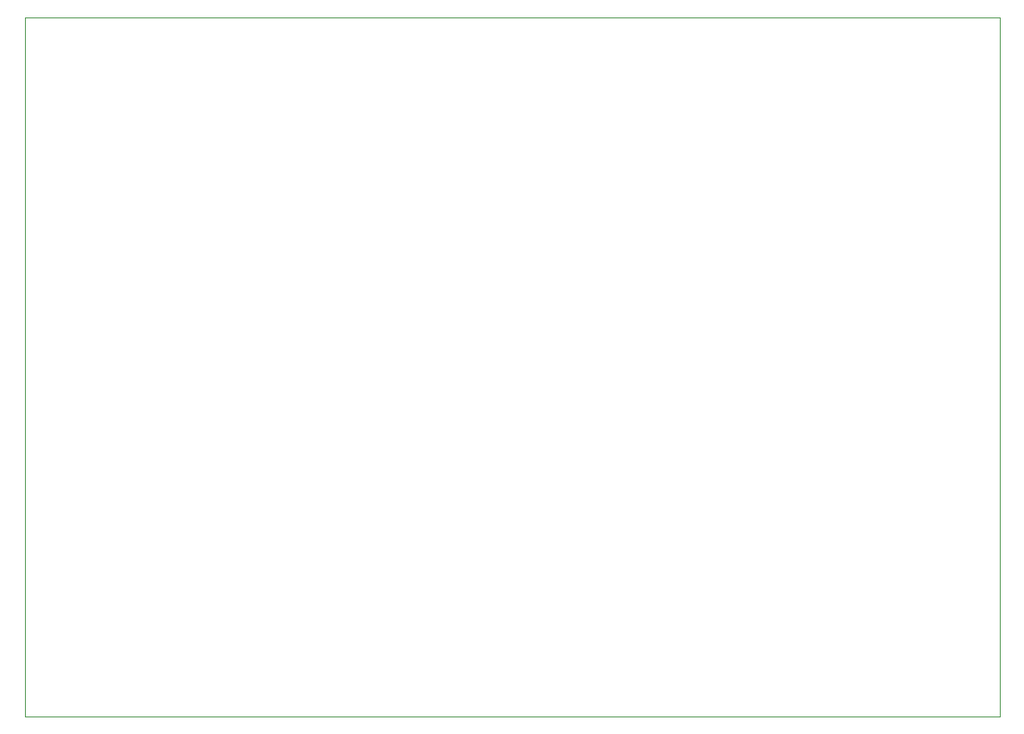
<source format=gbr>
%TF.GenerationSoftware,KiCad,Pcbnew,5.1.10-88a1d61d58~89~ubuntu20.10.1*%
%TF.CreationDate,2021-07-14T23:26:31-05:00*%
%TF.ProjectId,nutrient,6e757472-6965-46e7-942e-6b696361645f,rev?*%
%TF.SameCoordinates,Original*%
%TF.FileFunction,Profile,NP*%
%FSLAX46Y46*%
G04 Gerber Fmt 4.6, Leading zero omitted, Abs format (unit mm)*
G04 Created by KiCad (PCBNEW 5.1.10-88a1d61d58~89~ubuntu20.10.1) date 2021-07-14 23:26:31*
%MOMM*%
%LPD*%
G01*
G04 APERTURE LIST*
%TA.AperFunction,Profile*%
%ADD10C,0.050000*%
%TD*%
G04 APERTURE END LIST*
D10*
X198628000Y-34798000D02*
X198628000Y-105918000D01*
X99568000Y-34798000D02*
X198628000Y-34798000D01*
X99568000Y-105918000D02*
X99568000Y-34798000D01*
X198628000Y-105918000D02*
X99568000Y-105918000D01*
M02*

</source>
